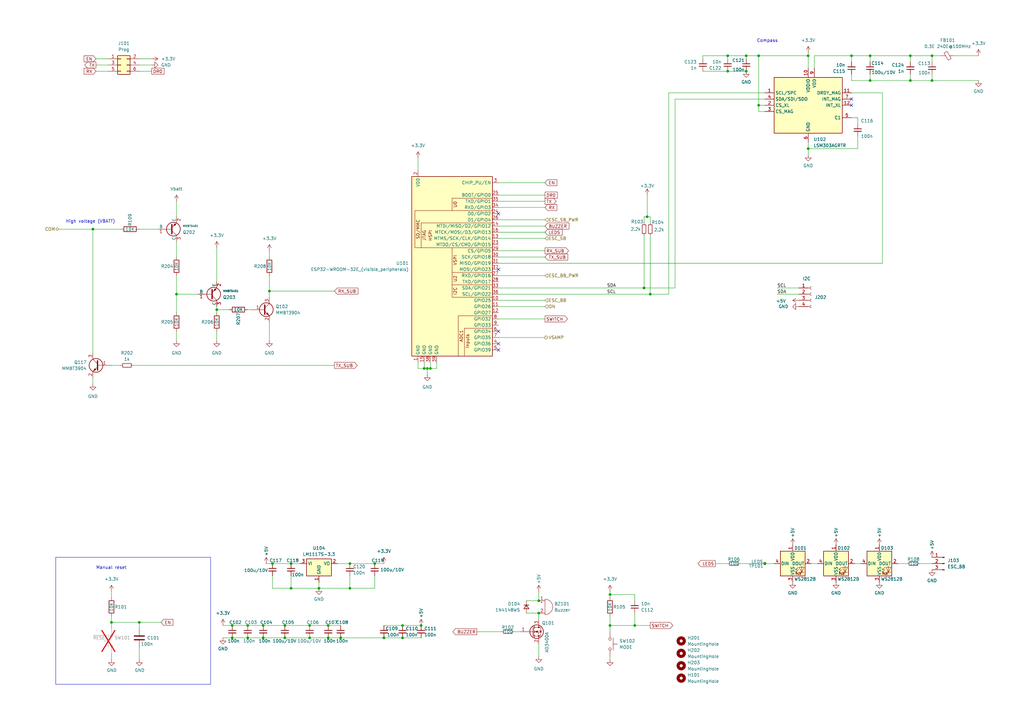
<source format=kicad_sch>
(kicad_sch (version 20250114) (generator "eeschema") (generator_version "9.0")
  (paper "A3")
  (title_block (title "SUB CPU") (date "2025-06-10") (rev "V2.1") (company "NicE Engineering"))
  (text "Manual reset" (at 39.37 233.68 0) (effects (font (size 1.27 1.27)) (justify left bottom)))
  (text "High voltage (VBATT)" (at 37.084 90.932 0) (effects (font (size 1.27 1.27))))
  (text "Compass" (at 310.388 17.526 0) (effects (font (size 1.27 1.27)) (justify left bottom)))
  (junction (at 72.39 120.65))
  (junction (at 382.27 22.86))
  (junction (at 306.07 29.21))
  (junction (at 313.69 231.14))
  (junction (at 298.45 29.21))
  (junction (at 139.7 261.62))
  (junction (at 130.81 241.3))
  (junction (at 153.67 231.14))
  (junction (at 107.95 256.54))
  (junction (at 143.51 241.3))
  (junction (at 116.84 261.62))
  (junction (at 250.19 243.84))
  (junction (at 110.49 119.38))
  (junction (at 101.6 256.54))
  (junction (at 45.72 255.27))
  (junction (at 311.15 22.86))
  (junction (at 107.95 261.62))
  (junction (at 127 256.54))
  (junction (at 172.72 256.54))
  (junction (at 95.25 261.62))
  (junction (at 311.15 43.18))
  (junction (at 127 261.62))
  (junction (at 134.62 261.62))
  (junction (at 173.99 151.13))
  (junction (at 165.1 261.62))
  (junction (at 266.7 120.65))
  (junction (at 95.25 256.54))
  (junction (at 264.16 118.11))
  (junction (at 220.98 251.46))
  (junction (at 176.53 151.13))
  (junction (at 119.38 231.14))
  (junction (at 119.38 241.3))
  (junction (at 57.15 255.27))
  (junction (at 265.43 88.9))
  (junction (at 101.6 261.62))
  (junction (at 382.27 33.02))
  (junction (at 331.47 60.96))
  (junction (at 349.25 22.86))
  (junction (at 111.76 231.14))
  (junction (at 373.38 33.02))
  (junction (at 298.45 22.86))
  (junction (at 260.35 256.54))
  (junction (at 143.51 231.14))
  (junction (at 38.1 93.98))
  (junction (at 373.38 22.86))
  (junction (at 356.87 33.02))
  (junction (at 165.1 256.54))
  (junction (at 331.47 22.86))
  (junction (at 157.48 261.62))
  (junction (at 220.98 246.38))
  (junction (at 306.07 22.86))
  (junction (at 134.62 256.54))
  (junction (at 88.9 127))
  (junction (at 175.26 151.13))
  (junction (at 356.87 22.86))
  (junction (at 116.84 256.54))
  (junction (at 250.19 256.54))
  (no_connect (at 204.47 143.51))
  (no_connect (at 204.47 140.97))
  (no_connect (at 204.47 87.63))
  (no_connect (at 204.47 135.89))
  (no_connect (at 349.25 43.18))
  (no_connect (at 204.47 110.49))
  (no_connect (at 349.25 40.64))
  (wire (pts (xy 116.84 256.54) (xy 127 256.54)))
  (wire (pts (xy 101.6 256.54) (xy 107.95 256.54)))
  (wire (pts (xy 204.47 95.25) (xy 223.52 95.25)))
  (wire (pts (xy 171.45 151.13) (xy 171.45 148.59)))
  (wire (pts (xy 204.47 125.73) (xy 223.52 125.73)))
  (polyline (pts (xy 22.86 280.67) (xy 22.86 228.6)))
  (wire (pts (xy 373.38 30.48) (xy 373.38 33.02)))
  (wire (pts (xy 110.49 132.08) (xy 110.49 139.7)))
  (wire (pts (xy 264.16 88.9) (xy 264.16 91.44)))
  (wire (pts (xy 351.79 55.88) (xy 351.79 60.96)))
  (wire (pts (xy 311.15 22.86) (xy 306.07 22.86)))
  (wire (pts (xy 274.32 38.1) (xy 313.69 38.1)))
  (wire (pts (xy 266.7 120.65) (xy 274.32 120.65)))
  (wire (pts (xy 171.45 64.77) (xy 171.45 69.85)))
  (wire (pts (xy 220.98 251.46) (xy 220.98 254)))
  (wire (pts (xy 54.61 149.86) (xy 137.16 149.86)))
  (wire (pts (xy 223.52 97.79) (xy 204.47 97.79)))
  (wire (pts (xy 49.53 149.86) (xy 45.72 149.86)))
  (wire (pts (xy 38.1 93.98) (xy 38.1 144.78)))
  (wire (pts (xy 351.79 60.96) (xy 331.47 60.96)))
  (wire (pts (xy 204.47 92.71) (xy 223.52 92.71)))
  (wire (pts (xy 165.1 261.62) (xy 172.72 261.62)))
  (wire (pts (xy 288.29 22.86) (xy 288.29 24.13)))
  (wire (pts (xy 260.35 243.84) (xy 260.35 246.38)))
  (wire (pts (xy 88.9 125.73) (xy 88.9 127)))
  (wire (pts (xy 101.6 261.62) (xy 107.95 261.62)))
  (wire (pts (xy 401.32 33.02) (xy 382.27 33.02)))
  (wire (pts (xy 45.72 270.51) (xy 45.72 267.97)))
  (wire (pts (xy 204.47 102.87) (xy 223.52 102.87)))
  (wire (pts (xy 276.86 40.64) (xy 313.69 40.64)))
  (wire (pts (xy 204.47 120.65) (xy 266.7 120.65)))
  (wire (pts (xy 116.84 261.62) (xy 127 261.62)))
  (wire (pts (xy 57.15 255.27) (xy 66.04 255.27)))
  (wire (pts (xy 356.87 22.86) (xy 349.25 22.86)))
  (wire (pts (xy 215.9 246.38) (xy 220.98 246.38)))
  (wire (pts (xy 223.52 85.09) (xy 204.47 85.09)))
  (wire (pts (xy 334.01 22.86) (xy 349.25 22.86)))
  (wire (pts (xy 382.27 33.02) (xy 382.27 30.48)))
  (wire (pts (xy 143.51 241.3) (xy 153.67 241.3)))
  (wire (pts (xy 223.52 82.55) (xy 204.47 82.55)))
  (wire (pts (xy 331.47 22.86) (xy 331.47 27.94)))
  (wire (pts (xy 62.23 24.13) (xy 57.15 24.13)))
  (wire (pts (xy 250.19 243.84) (xy 250.19 245.11)))
  (wire (pts (xy 311.15 22.86) (xy 311.15 43.18)))
  (wire (pts (xy 356.87 33.02) (xy 349.25 33.02)))
  (wire (pts (xy 220.98 269.24) (xy 220.98 264.16)))
  (wire (pts (xy 195.58 259.08) (xy 205.74 259.08)))
  (wire (pts (xy 88.9 127) (xy 93.98 127)))
  (wire (pts (xy 45.72 257.81) (xy 45.72 255.27)))
  (wire (pts (xy 204.47 80.01) (xy 223.52 80.01)))
  (wire (pts (xy 62.23 29.21) (xy 57.15 29.21)))
  (wire (pts (xy 318.77 118.11) (xy 327.66 118.11)))
  (wire (pts (xy 373.38 33.02) (xy 382.27 33.02)))
  (wire (pts (xy 130.81 241.3) (xy 143.51 241.3)))
  (wire (pts (xy 119.38 236.22) (xy 119.38 241.3)))
  (wire (pts (xy 313.69 43.18) (xy 311.15 43.18)))
  (wire (pts (xy 165.1 256.54) (xy 172.72 256.54)))
  (wire (pts (xy 88.9 127) (xy 88.9 128.27)))
  (wire (pts (xy 111.76 241.3) (xy 111.76 236.22)))
  (wire (pts (xy 313.69 231.14) (xy 317.5 231.14)))
  (wire (pts (xy 45.72 242.57) (xy 45.72 245.11)))
  (wire (pts (xy 38.1 157.48) (xy 38.1 154.94)))
  (wire (pts (xy 204.47 107.95) (xy 361.95 107.95)))
  (wire (pts (xy 264.16 88.9) (xy 265.43 88.9)))
  (wire (pts (xy 382.27 22.86) (xy 382.27 25.4)))
  (wire (pts (xy 349.25 48.26) (xy 351.79 48.26)))
  (wire (pts (xy 39.37 26.67) (xy 44.45 26.67)))
  (wire (pts (xy 72.39 113.03) (xy 72.39 120.65)))
  (wire (pts (xy 110.49 102.87) (xy 110.49 105.41)))
  (wire (pts (xy 204.47 123.19) (xy 223.52 123.19)))
  (wire (pts (xy 176.53 151.13) (xy 176.53 148.59)))
  (wire (pts (xy 331.47 60.96) (xy 331.47 58.42)))
  (wire (pts (xy 361.95 38.1) (xy 349.25 38.1)))
  (wire (pts (xy 95.25 261.62) (xy 101.6 261.62)))
  (wire (pts (xy 204.47 105.41) (xy 223.52 105.41)))
  (wire (pts (xy 250.19 256.54) (xy 250.19 259.08)))
  (wire (pts (xy 72.39 99.06) (xy 72.39 105.41)))
  (wire (pts (xy 266.7 96.52) (xy 266.7 120.65)))
  (wire (pts (xy 204.47 138.43) (xy 223.52 138.43)))
  (wire (pts (xy 130.81 241.3) (xy 130.81 238.76)))
  (wire (pts (xy 39.37 24.13) (xy 44.45 24.13)))
  (wire (pts (xy 57.15 93.98) (xy 64.77 93.98)))
  (wire (pts (xy 57.15 255.27) (xy 57.15 257.81)))
  (wire (pts (xy 24.13 93.98) (xy 38.1 93.98)))
  (wire (pts (xy 373.38 22.86) (xy 382.27 22.86)))
  (wire (pts (xy 204.47 130.81) (xy 223.52 130.81)))
  (wire (pts (xy 88.9 139.7) (xy 88.9 135.89)))
  (wire (pts (xy 119.38 241.3) (xy 111.76 241.3)))
  (wire (pts (xy 288.29 29.21) (xy 298.45 29.21)))
  (wire (pts (xy 134.62 261.62) (xy 139.7 261.62)))
  (wire (pts (xy 109.22 231.14) (xy 111.76 231.14)))
  (wire (pts (xy 223.52 74.93) (xy 204.47 74.93)))
  (wire (pts (xy 101.6 127) (xy 102.87 127)))
  (wire (pts (xy 298.45 29.21) (xy 306.07 29.21)))
  (wire (pts (xy 127 261.62) (xy 134.62 261.62)))
  (wire (pts (xy 356.87 30.48) (xy 356.87 33.02)))
  (wire (pts (xy 72.39 128.27) (xy 72.39 120.65)))
  (wire (pts (xy 331.47 63.5) (xy 331.47 60.96)))
  (wire (pts (xy 298.45 22.86) (xy 288.29 22.86)))
  (wire (pts (xy 386.08 22.86) (xy 382.27 22.86)))
  (wire (pts (xy 157.48 256.54) (xy 165.1 256.54)))
  (wire (pts (xy 110.49 119.38) (xy 110.49 121.92)))
  (wire (pts (xy 265.43 80.01) (xy 265.43 88.9)))
  (wire (pts (xy 91.44 261.62) (xy 95.25 261.62)))
  (wire (pts (xy 72.39 82.55) (xy 72.39 88.9)))
  (wire (pts (xy 173.99 151.13) (xy 175.26 151.13)))
  (polyline (pts (xy 22.86 228.6) (xy 86.36 228.6)))
  (wire (pts (xy 391.16 22.86) (xy 401.32 22.86)))
  (wire (pts (xy 356.87 22.86) (xy 373.38 22.86)))
  (wire (pts (xy 143.51 231.14) (xy 153.67 231.14)))
  (wire (pts (xy 45.72 252.73) (xy 45.72 255.27)))
  (wire (pts (xy 331.47 21.59) (xy 331.47 22.86)))
  (wire (pts (xy 153.67 241.3) (xy 153.67 236.22)))
  (wire (pts (xy 368.3 231.14) (xy 372.11 231.14)))
  (polyline (pts (xy 86.36 228.6) (xy 86.36 280.67)))
  (wire (pts (xy 220.98 242.57) (xy 220.98 246.38)))
  (wire (pts (xy 134.62 256.54) (xy 139.7 256.54)))
  (wire (pts (xy 107.95 256.54) (xy 116.84 256.54)))
  (wire (pts (xy 349.25 30.48) (xy 349.25 33.02)))
  (wire (pts (xy 265.43 88.9) (xy 266.7 88.9)))
  (wire (pts (xy 250.19 256.54) (xy 260.35 256.54)))
  (wire (pts (xy 223.52 113.03) (xy 204.47 113.03)))
  (wire (pts (xy 276.86 118.11) (xy 276.86 40.64)))
  (wire (pts (xy 111.76 231.14) (xy 119.38 231.14)))
  (wire (pts (xy 127 256.54) (xy 134.62 256.54)))
  (wire (pts (xy 204.47 118.11) (xy 264.16 118.11)))
  (wire (pts (xy 215.9 251.46) (xy 220.98 251.46)))
  (wire (pts (xy 260.35 256.54) (xy 266.7 256.54)))
  (wire (pts (xy 57.15 265.43) (xy 57.15 270.51)))
  (wire (pts (xy 311.15 43.18) (xy 311.15 45.72)))
  (wire (pts (xy 318.77 120.65) (xy 327.66 120.65)))
  (wire (pts (xy 260.35 251.46) (xy 260.35 256.54)))
  (wire (pts (xy 332.74 231.14) (xy 335.28 231.14)))
  (wire (pts (xy 119.38 231.14) (xy 123.19 231.14)))
  (wire (pts (xy 250.19 243.84) (xy 260.35 243.84)))
  (wire (pts (xy 153.67 231.14) (xy 157.48 231.14)))
  (wire (pts (xy 210.82 259.08) (xy 213.36 259.08)))
  (wire (pts (xy 72.39 120.65) (xy 81.28 120.65)))
  (wire (pts (xy 88.9 101.6) (xy 88.9 115.57)))
  (wire (pts (xy 110.49 113.03) (xy 110.49 119.38)))
  (wire (pts (xy 334.01 22.86) (xy 334.01 27.94)))
  (wire (pts (xy 95.25 256.54) (xy 101.6 256.54)))
  (wire (pts (xy 293.37 231.14) (xy 298.45 231.14)))
  (wire (pts (xy 311.15 45.72) (xy 313.69 45.72)))
  (wire (pts (xy 306.07 22.86) (xy 306.07 24.13)))
  (wire (pts (xy 139.7 261.62) (xy 157.48 261.62)))
  (wire (pts (xy 250.19 269.24) (xy 250.19 270.51)))
  (wire (pts (xy 175.26 151.13) (xy 175.26 153.67)))
  (wire (pts (xy 250.19 252.73) (xy 250.19 256.54)))
  (wire (pts (xy 350.52 231.14) (xy 353.06 231.14)))
  (wire (pts (xy 176.53 151.13) (xy 179.07 151.13)))
  (wire (pts (xy 361.95 107.95) (xy 361.95 38.1)))
  (wire (pts (xy 373.38 22.86) (xy 373.38 25.4)))
  (wire (pts (xy 72.39 139.7) (xy 72.39 135.89)))
  (wire (pts (xy 130.81 241.3) (xy 119.38 241.3)))
  (wire (pts (xy 298.45 22.86) (xy 298.45 24.13)))
  (wire (pts (xy 274.32 38.1) (xy 274.32 120.65)))
  (wire (pts (xy 49.53 93.98) (xy 38.1 93.98)))
  (wire (pts (xy 349.25 22.86) (xy 349.25 25.4)))
  (wire (pts (xy 250.19 242.57) (xy 250.19 243.84)))
  (wire (pts (xy 356.87 33.02) (xy 373.38 33.02)))
  (wire (pts (xy 356.87 22.86) (xy 356.87 25.4)))
  (wire (pts (xy 173.99 148.59) (xy 173.99 151.13)))
  (wire (pts (xy 303.53 231.14) (xy 313.69 231.14)))
  (wire (pts (xy 351.79 48.26) (xy 351.79 50.8)))
  (wire (pts (xy 45.72 255.27) (xy 57.15 255.27)))
  (wire (pts (xy 306.07 22.86) (xy 298.45 22.86)))
  (wire (pts (xy 157.48 261.62) (xy 165.1 261.62)))
  (wire (pts (xy 171.45 151.13) (xy 173.99 151.13)))
  (wire (pts (xy 39.37 29.21) (xy 44.45 29.21)))
  (polyline (pts (xy 86.36 280.67) (xy 22.86 280.67)))
  (wire (pts (xy 266.7 88.9) (xy 266.7 91.44)))
  (wire (pts (xy 62.23 26.67) (xy 57.15 26.67)))
  (wire (pts (xy 138.43 231.14) (xy 143.51 231.14)))
  (wire (pts (xy 143.51 236.22) (xy 143.51 241.3)))
  (wire (pts (xy 377.19 231.14) (xy 382.27 231.14)))
  (wire (pts (xy 175.26 151.13) (xy 176.53 151.13)))
  (wire (pts (xy 107.95 261.62) (xy 116.84 261.62)))
  (wire (pts (xy 91.44 256.54) (xy 95.25 256.54)))
  (wire (pts (xy 204.47 90.17) (xy 223.52 90.17)))
  (wire (pts (xy 110.49 119.38) (xy 137.16 119.38)))
  (wire (pts (xy 311.15 22.86) (xy 331.47 22.86)))
  (wire (pts (xy 179.07 148.59) (xy 179.07 151.13)))
  (wire (pts (xy 264.16 118.11) (xy 276.86 118.11)))
  (wire (pts (xy 264.16 96.52) (xy 264.16 118.11)))
  (label "SDA" (at 318.77 120.65 0))
  (label "SDA" (at 248.92 118.11 0))
  (label "SCL" (at 318.77 118.11 0))
  (label "SCL" (at 248.92 120.65 0))
  (global_label "RX_SUB" (shape input) (at 137.16 119.38 0) (property "Intersheetrefs" "${INTERSHEET_REFS}" (effects (hide yes))))
  (global_label "EN" (shape input) (at 66.04 255.27 0) (property "Intersheetrefs" "${INTERSHEET_REFS}" (effects (hide yes))))
  (global_label "EN" (shape input) (at 39.37 24.13 180) (property "Intersheetrefs" "${INTERSHEET_REFS}" (effects (hide yes))))
  (global_label "DR0" (shape passive) (at 62.23 29.21 0) (property "Intersheetrefs" "${INTERSHEET_REFS}" (effects (hide yes))))
  (global_label "BUZZER" (shape output) (at 195.58 259.08 180) (property "Intersheetrefs" "${INTERSHEET_REFS}" (effects (hide yes))))
  (global_label "DR0" (shape passive) (at 223.52 80.01 0) (property "Intersheetrefs" "${INTERSHEET_REFS}" (effects (hide yes))))
  (global_label "LEDS" (shape input) (at 223.52 95.25 0) (property "Intersheetrefs" "${INTERSHEET_REFS}" (effects (hide yes))))
  (global_label "SWITCH" (shape output) (at 223.52 130.81 0) (property "Intersheetrefs" "${INTERSHEET_REFS}" (effects (hide yes))))
  (global_label "TX" (shape output) (at 39.37 26.67 180) (property "Intersheetrefs" "${INTERSHEET_REFS}" (effects (hide yes))))
  (global_label "LEDS" (shape output) (at 293.37 231.14 180) (property "Intersheetrefs" "${INTERSHEET_REFS}" (effects (hide yes))))
  (global_label "RX" (shape input) (at 39.37 29.21 180) (property "Intersheetrefs" "${INTERSHEET_REFS}" (effects (hide yes))))
  (global_label "EN" (shape input) (at 223.52 74.93 0) (property "Intersheetrefs" "${INTERSHEET_REFS}" (effects (hide yes))))
  (global_label "TX_SUB" (shape output) (at 137.16 149.86 0) (property "Intersheetrefs" "${INTERSHEET_REFS}" (effects (hide yes))))
  (global_label "BUZZER" (shape input) (at 223.52 92.71 0) (property "Intersheetrefs" "${INTERSHEET_REFS}" (effects (hide yes))))
  (global_label "SWITCH" (shape output) (at 266.7 256.54 0) (property "Intersheetrefs" "${INTERSHEET_REFS}" (effects (hide yes))))
  (global_label "TX_SUB" (shape input) (at 223.52 105.41 0) (property "Intersheetrefs" "${INTERSHEET_REFS}" (effects (hide yes))))
  (global_label "TX" (shape output) (at 223.52 82.55 0) (property "Intersheetrefs" "${INTERSHEET_REFS}" (effects (hide yes))))
  (global_label "RX_SUB" (shape output) (at 223.52 102.87 0) (property "Intersheetrefs" "${INTERSHEET_REFS}" (effects (hide yes))))
  (global_label "RX" (shape input) (at 223.52 85.09 0) (property "Intersheetrefs" "${INTERSHEET_REFS}" (effects (hide yes))))
  (hierarchical_label "ESC_BB_PWR" (shape input) (at 223.52 113.03 0))
  (hierarchical_label "ON" (shape input) (at 223.52 125.73 0))
  (hierarchical_label "COM" (shape bidirectional) (at 24.13 93.98 180))
  (hierarchical_label "VSAMP" (shape output) (at 223.52 138.43 0))
  (hierarchical_label "ESC_BB" (shape input) (at 223.52 123.19 0))
  (hierarchical_label "ESC_SB_PWR" (shape input) (at 223.52 90.17 0))
  (hierarchical_label "ESC_SB" (shape input) (at 223.52 97.79 0))
  (symbol (lib_id "power:GND") (at 327.66 125.73 270) (unit 1)
    (property "Reference" "#PWR0230" (effects (hide yes)))
    (property "Value" "GND" (at 323.342 125.73 90) (effects (justify right)))
  )
  (symbol (lib_id "Mechanical:MountingHole") (at 279.4 273.05 0) (unit 1) (in_bom no)
    (property "Reference" "H203" (at 281.94 271.7799 0) (effects (justify left)))
    (property "Value" "MountingHole" (at 281.94 274.3199 0) (effects (justify left)))
    (property "Footprint" "MountingHole:MountingHole_3.2mm_M3" (effects (hide yes)))
    (property "Description" "Mounting Hole without connection" (effects (hide yes)))
  )
  (symbol (lib_id "Device:C_Small") (at 101.6 259.08 0) (unit 1)
    (property "Reference" "C103" (at 100.33 255.27 0) (effects (justify left)))
    (property "Value" "100n" (at 99.695 262.89 0) (effects (justify left)))
    (property "Footprint" "A_Device:C_0603" (effects (hide yes)))
    (property "LCSC" "C14663" (effects (hide yes)))
  )
  (symbol (lib_name "+3.3V_1") (lib_id "power:+3.3V") (at 172.72 256.54 0) (mirror y) (unit 1)
    (property "Reference" "#PWR0106" (effects (hide yes)))
    (property "Value" "+5V" (at 172.72 251.46 90))
    (property "Description" "Power symbol creates a global label with name \"+3.3V\"" (effects (hide yes)))
  )
  (symbol (lib_id "Device:R_Small") (at 300.99 231.14 270) (unit 1)
    (property "Reference" "R106" (at 300.99 229.362 90))
    (property "Value" "100" (at 301.244 231.14 90))
    (property "Footprint" "A_Device:R_0603" (effects (hide yes)))
    (property "Description" "Resistor, small symbol" (effects (hide yes)))
    (property "LCSC" "C22775" (effects (hide yes)))
  )
  (symbol (lib_id "power:GND") (at 88.9 139.7 0) (unit 1)
    (property "Reference" "#PWR0210" (effects (hide yes)))
    (property "Value" "GND" (at 88.9 144.78 0))
  )
  (symbol (lib_id "Device:C_Small") (at 298.45 26.67 180) (unit 1)
    (property "Reference" "C122" (at 295.91 27.9337 0) (effects (justify left)))
    (property "Value" "10n" (at 295.91 25.3937 0) (effects (justify left)))
    (property "Footprint" "A_Device:C_0603" (effects (hide yes)))
    (property "LCSC" "C57112" (effects (hide yes)))
  )
  (symbol (lib_id "power:GND") (at 401.32 33.02 0) (unit 1)
    (property "Reference" "#PWR0120" (effects (hide yes)))
    (property "Value" "GND" (at 401.32 37.465 0))
  )
  (symbol (lib_id "Mechanical:MountingHole") (at 279.4 267.97 0) (unit 1) (in_bom no)
    (property "Reference" "H202" (at 281.94 266.6999 0) (effects (justify left)))
    (property "Value" "MountingHole" (at 281.94 269.2399 0) (effects (justify left)))
    (property "Footprint" "MountingHole:MountingHole_3.2mm_M3" (effects (hide yes)))
    (property "Description" "Mounting Hole without connection" (effects (hide yes)))
  )
  (symbol (lib_id "power:+3.3V") (at 88.9 101.6 0) (unit 1)
    (property "Reference" "#PWR0209" (effects (hide yes)))
    (property "Value" "+3.3V" (at 88.9 96.52 0))
  )
  (symbol (lib_name "+3.3V_1") (lib_id "power:+3.3V") (at 382.27 228.6 0) (mirror y) (unit 1)
    (property "Reference" "#PWR0134" (effects (hide yes)))
    (property "Value" "+5V" (at 382.27 223.52 90))
    (property "Description" "Power symbol creates a global label with name \"+3.3V\"" (effects (hide yes)))
  )
  (symbol (lib_name "+3.3V_1") (lib_id "power:+3.3V") (at 360.68 223.52 0) (mirror y) (unit 1)
    (property "Reference" "#PWR0132" (effects (hide yes)))
    (property "Value" "+5V" (at 360.68 218.44 90))
    (property "Description" "Power symbol creates a global label with name \"+3.3V\"" (effects (hide yes)))
  )
  (symbol (lib_id "power:GND") (at 45.72 270.51 0) (unit 1)
    (property "Reference" "#PWR0102" (effects (hide yes)))
    (property "Value" "GND" (at 45.847 274.9042 0))
  )
  (symbol (lib_id "Device:C_Small") (at 107.95 259.08 0) (unit 1)
    (property "Reference" "C104" (at 106.68 255.27 0) (effects (justify left)))
    (property "Value" "100n" (at 106.045 262.89 0) (effects (justify left)))
    (property "Footprint" "A_Device:C_0603" (effects (hide yes)))
    (property "LCSC" "C14663" (effects (hide yes)))
  )
  (symbol (lib_id "Device:R") (at 88.9 132.08 180) (unit 1)
    (property "Reference" "R206" (at 87.63 132.08 0) (effects (justify left)))
    (property "Value" "10K" (at 88.9 132.08 90))
    (property "Footprint" "A_Device:R_0603" (effects (hide yes)))
    (property "Farnell" "2331736" (effects (hide yes)))
    (property "MF" "TE CONNECTIVITY" (effects (hide yes)))
    (property "MFN" "CRGH0603F10K" (effects (hide yes)))
    (property "LCSC" "C25804" (effects (hide yes)))
  )
  (symbol (lib_id "power:GND") (at 382.27 233.68 0) (unit 1)
    (property "Reference" "#PWR0135" (effects (hide yes)))
    (property "Value" "GND" (at 382.27 238.125 0))
  )
  (symbol (lib_id "power:GND") (at 331.47 63.5 0) (unit 1)
    (property "Reference" "#PWR0124" (effects (hide yes)))
    (property "Value" "GND" (at 331.47 67.945 0))
  )
  (symbol (lib_id "Device:C_Small") (at 116.84 259.08 0) (unit 1)
    (property "Reference" "C105" (at 115.57 255.27 0) (effects (justify left)))
    (property "Value" "100u/10V" (at 111.76 262.89 0) (effects (justify left)))
    (property "Footprint" "Capacitor_SMD:C_1210_3225Metric" (effects (hide yes)))
    (property "LCSC" "C23742" (effects (hide yes)))
  )
  (symbol (lib_name "+3.3V_1") (lib_id "power:+3.3V") (at 325.12 223.52 0) (mirror y) (unit 1)
    (property "Reference" "#PWR0130" (effects (hide yes)))
    (property "Value" "+5V" (at 325.12 218.44 90))
    (property "Description" "Power symbol creates a global label with name \"+3.3V\"" (effects (hide yes)))
  )
  (symbol (lib_id "Device:C_Small") (at 260.35 248.92 0) (mirror x) (unit 1)
    (property "Reference" "C112" (at 262.89 250.1837 0) (effects (justify left)))
    (property "Value" "10n" (at 262.89 247.6437 0) (effects (justify left)))
    (property "Footprint" "A_Device:C_0603" (effects (hide yes)))
    (property "LCSC" "C57112" (effects (hide yes)))
  )
  (symbol (lib_id "Device:R") (at 97.79 127 270) (unit 1)
    (property "Reference" "R207" (at 97.79 128.27 0) (effects (justify left)))
    (property "Value" "10K" (at 97.79 127 90))
    (property "Footprint" "A_Device:R_0603" (effects (hide yes)))
    (property "Farnell" "2331736" (effects (hide yes)))
    (property "MF" "TE CONNECTIVITY" (effects (hide yes)))
    (property "MFN" "CRGH0603F10K" (effects (hide yes)))
    (property "LCSC" "C25804" (effects (hide yes)))
  )
  (symbol (lib_id "power:GND") (at 110.49 139.7 0) (unit 1)
    (property "Reference" "#PWR0142" (effects (hide yes)))
    (property "Value" "GND" (at 110.49 144.78 0))
  )
  (symbol (lib_id "power:+3.3V") (at 331.47 21.59 0) (unit 1)
    (property "Reference" "#PWR0123" (effects (hide yes)))
    (property "Value" "+3.3V" (at 331.47 16.51 0))
  )
  (symbol (lib_id "Device:C_Small") (at 127 259.08 0) (unit 1)
    (property "Reference" "C106" (at 125.73 255.27 0) (effects (justify left)))
    (property "Value" "100u/10V" (at 121.92 262.89 0) (effects (justify left)))
    (property "Footprint" "Capacitor_SMD:C_1210_3225Metric" (effects (hide yes)))
    (property "LCSC" "C23742" (effects (hide yes)))
  )
  (symbol (lib_id "power:GND") (at 250.19 270.51 0) (mirror y) (unit 1)
    (property "Reference" "#PWR0122" (effects (hide yes)))
    (property "Value" "GND" (effects (hide yes)))
  )
  (symbol (lib_id "Device:C_Small") (at 172.72 259.08 0) (unit 1)
    (property "Reference" "C111" (at 173.99 257.81 0) (effects (justify left)))
    (property "Value" "100n" (at 173.99 260.35 0) (effects (justify left)))
    (property "Footprint" "A_Device:C_0603" (effects (hide yes)))
    (property "LCSC" "C14663" (effects (hide yes)))
  )
  (symbol (lib_id "power:GND") (at 360.68 238.76 0) (unit 1)
    (property "Reference" "#PWR0113" (effects (hide yes)))
    (property "Value" "GND" (at 360.68 243.205 0))
  )
  (symbol (lib_id "power:+3.3V") (at 91.44 256.54 0) (unit 1)
    (property "Reference" "#PWR0110" (effects (hide yes)))
    (property "Value" "+3.3V" (at 91.44 251.46 0))
  )
  (symbol (lib_id "Device:R_Small") (at 266.7 93.98 0) (unit 1)
    (property "Reference" "R104" (at 267.208 91.186 0) (effects (justify left)))
    (property "Value" "2.2k" (at 268.224 94.234 0) (effects (justify left)))
    (property "Footprint" "A_Device:R_0603" (effects (hide yes)))
    (property "LCSC" "C4190" (effects (hide yes)))
  )
  (symbol (lib_id "Device:D_Small") (at 215.9 248.92 90) (mirror x) (unit 1)
    (property "Reference" "D104" (at 213.36 247.6499 90) (effects (justify left)))
    (property "Value" "1N4148WS" (at 213.36 250.1899 90) (effects (justify left)))
    (property "Footprint" "A_Device:D_SOD-323_1.8x1.4x1.15" (effects (hide yes)))
    (property "Sim.Device" "D" (effects (hide yes)))
    (property "Sim.Pins" "1=K 2=A" (effects (hide yes)))
    (property "LCSC" "C2128" (effects (hide yes)))
  )
  (symbol (lib_id "Switch:SW_Push") (at 45.72 262.89 90) (unit 1) (dnp yes)
    (property "Reference" "SW101" (at 46.9392 261.5692 90) (effects (justify right)))
    (property "Value" "~{RESET}" (at 38.1 261.62 90) (effects (justify right)))
    (property "Footprint" "Connector_PinHeader_2.54mm:PinHeader_1x02_P2.54mm_Vertical" (effects (hide yes)))
    (property "Farnell" "-" (effects (hide yes)))
  )
  (symbol (lib_id "power:+3.3V") (at 45.72 242.57 0) (unit 1)
    (property "Reference" "#PWR0101" (effects (hide yes)))
    (property "Value" "+3.3V" (at 45.72 237.49 0))
  )
  (symbol (lib_id "LED:WS2812B") (at 360.68 231.14 0) (unit 1)
    (property "Reference" "D103" (at 363.855 224.79 0))
    (property "Value" "WS2812B" (at 365.76 237.49 0))
    (property "Footprint" "LED_SMD:LED_WS2812B_PLCC4_5.0x5.0mm_P3.2mm" (effects (hide yes)))
    (property "Datasheet" "https://cdn-shop.adafruit.com/datasheets/WS2812B.pdf" (effects (hide yes)))
    (property "LCSC" "C2843785" (effects (hide yes)))
  )
  (symbol (lib_id "Connector_Generic:Conn_02x03_Odd_Even") (at 49.53 26.67 0) (unit 1)
    (property "Reference" "J101" (at 50.8 17.78 0))
    (property "Value" "Prog" (at 50.8 20.32 0))
    (property "Footprint" "Connector_IDC:IDC-Header_2x03_P2.54mm_Vertical" (effects (hide yes)))
    (property "Description" "Generic connector, double row, 02x03, odd/even pin numbering scheme (row 1 odd numbers, row 2 even numbers), script generated (kicad-library-utils/schlib/autogen/connector/)" (effects (hide yes)))
    (property "LCSC" "C11214" (effects (hide yes)))
  )
  (symbol (lib_id "Device:R") (at 72.39 132.08 180) (unit 1)
    (property "Reference" "R205" (at 71.12 132.08 0) (effects (justify left)))
    (property "Value" "10K" (at 72.39 132.08 90))
    (property "Footprint" "A_Device:R_0603" (effects (hide yes)))
    (property "Farnell" "2331736" (effects (hide yes)))
    (property "MF" "TE CONNECTIVITY" (effects (hide yes)))
    (property "MFN" "CRGH0603F10K" (effects (hide yes)))
    (property "LCSC" "C25804" (effects (hide yes)))
  )
  (symbol (lib_id "power:GND") (at 342.9 238.76 0) (unit 1)
    (property "Reference" "#PWR0109" (effects (hide yes)))
    (property "Value" "GND" (at 342.9 243.205 0))
  )
  (symbol (lib_id "Device:C_Small") (at 153.67 233.68 0) (unit 1)
    (property "Reference" "C119" (at 152.4 229.87 0) (effects (justify left)))
    (property "Value" "100u/10V" (at 155.956 233.68 0) (effects (justify left)))
    (property "Footprint" "Capacitor_SMD:C_1210_3225Metric" (effects (hide yes)))
    (property "LCSC" "C23742" (effects (hide yes)))
  )
  (symbol (lib_id "Mechanical:MountingHole") (at 279.4 262.89 0) (unit 1) (in_bom no)
    (property "Reference" "H201" (at 281.94 261.6199 0) (effects (justify left)))
    (property "Value" "MountingHole" (at 281.94 264.1599 0) (effects (justify left)))
    (property "Footprint" "MountingHole:MountingHole_3.2mm_M3" (effects (hide yes)))
    (property "Description" "Mounting Hole without connection" (effects (hide yes)))
  )
  (symbol (lib_id "Device:R_Small") (at 374.65 231.14 270) (unit 1)
    (property "Reference" "R108" (at 374.65 229.362 90))
    (property "Value" "100" (at 374.904 231.14 90))
    (property "Footprint" "A_Device:R_0603" (effects (hide yes)))
    (property "Description" "Resistor, small symbol" (effects (hide yes)))
    (property "LCSC" "C22775" (effects (hide yes)))
  )
  (symbol (lib_id "Device:C_Small") (at 306.07 26.67 0) (mirror y) (unit 1)
    (property "Reference" "C121" (at 305.435 24.765 0) (effects (justify left)))
    (property "Value" "100n" (at 305.435 28.575 0) (effects (justify left)))
    (property "Footprint" "A_Device:C_0603" (effects (hide yes)))
    (property "LCSC" "C14663" (effects (hide yes)))
  )
  (symbol (lib_id "Device:R") (at 45.72 248.92 0) (unit 1)
    (property "Reference" "R101" (at 46.99 248.92 0) (effects (justify left)))
    (property "Value" "10K" (at 45.72 248.92 90))
    (property "Footprint" "A_Device:R_0603" (effects (hide yes)))
    (property "Farnell" "2331736" (effects (hide yes)))
    (property "MF" "TE CONNECTIVITY" (effects (hide yes)))
    (property "MFN" "CRGH0603F10K" (effects (hide yes)))
    (property "LCSC" "C25804" (effects (hide yes)))
  )
  (symbol (lib_id "Device:C_Small") (at 143.51 233.68 0) (unit 1)
    (property "Reference" "C120" (at 144.78 232.41 0) (effects (justify left)))
    (property "Value" "100n" (at 144.78 234.95 0) (effects (justify left)))
    (property "Footprint" "A_Device:C_0603" (effects (hide yes)))
    (property "LCSC" "C14663" (effects (hide yes)))
  )
  (symbol (lib_id "PCM_JLCPCB-Transistors:PNP,MMBT5401") (at 86.36 120.65 0) (mirror x) (unit 1)
    (property "Reference" "Q203" (at 91.44 121.9201 0) (effects (justify left)))
    (property "Value" "MMBT5401" (at 91.44 119.38 0) (effects (font (size 0.8 0.8)) (justify left)))
    (property "Footprint" "PCM_JLCPCB:Q_SOT-23" (effects (hide yes)))
    (property "Datasheet" "https://wmsc.lcsc.com/wmsc/upload/file/pdf/v2/lcsc/2312221203_hongjiacheng-MMBT5401_C7420356.pdf" (effects (hide yes)))
    (property "Description" "160V 300mW 100@10mA,5.0V 600mA PNP SOT-23 Bipolar (BJT) ROHS" (effects (hide yes)))
    (property "LCSC" "C7420356" (effects (hide yes)))
    (property "Stock" "579901" (effects (hide yes)))
    (property "Price" "0.016USD" (effects (hide yes)))
    (property "Process" "SMT" (effects (hide yes)))
    (property "Minimum Qty" "10" (effects (hide yes)))
    (property "Attrition Qty" "5" (effects (hide yes)))
    (property "Class" "Preferred Component" (effects (hide yes)))
    (property "Category" "Triode/MOS Tube/Transistor,Bipolar Transistors - BJT" (effects (hide yes)))
    (property "Manufacturer" "hongjiacheng" (effects (hide yes)))
    (property "Part" "MMBT5401" (effects (hide yes)))
    (property "Transition Frequency (fT)" "100MHz" (effects (hide yes)))
    (property "Operating Temperature" "-55°C~+150°C" (effects (hide yes)))
    (property "Collector Cut-Off Current (Icbo)" "100nA" (effects (hide yes)))
    (property "Transistor Type" "PNP" (effects (hide yes)))
    (property "DC Current Gain (hFE@Ic,Vce)" "100@10mA,5.0V" (effects (hide yes)))
    (property "Power Dissipation (Pd)" "300mW" (effects (hide yes)))
    (property "Collector Current (Ic)" "600mA" (effects (hide yes)))
    (property "Collector-Emitter Saturation Voltage (VCE(sat)@Ic,Ib)" "0.2V@10mA,1.0mA" (effects (hide yes)))
    (property "Collector-Emitter Breakdown Voltage (Vceo)" "160V" (effects (hide yes)))
  )
  (symbol (lib_id "Connector:TestPoint_Small") (at 313.69 231.14 0) (unit 1) (in_bom no)
    (property "Reference" "TP101" (at 307.086 232.156 0) (effects (justify left)))
    (property "Value" "LEDS" (at 308.102 230.378 0) (effects (justify left)))
    (property "Footprint" "A_Pads_Pins:Testpad_1" (effects (hide yes)))
    (property "Description" "test point" (effects (hide yes)))
  )
  (symbol (lib_id "power:+3.3V") (at 157.48 231.14 0) (unit 1)
    (property "Reference" "#PWR0112" (effects (hide yes)))
    (property "Value" "+3.3V" (at 157.48 226.06 0))
  )
  (symbol (lib_id "power:GND") (at 175.26 153.67 0) (unit 1)
    (property "Reference" "#PWR0115" (effects (hide yes)))
    (property "Value" "GND" (at 175.26 158.75 0))
  )
  (symbol (lib_id "Device:C_Small") (at 165.1 259.08 0) (unit 1)
    (property "Reference" "C110" (at 166.37 257.81 0) (effects (justify left)))
    (property "Value" "100n" (at 166.37 260.35 0) (effects (justify left)))
    (property "Footprint" "A_Device:C_0603" (effects (hide yes)))
    (property "LCSC" "C14663" (effects (hide yes)))
  )
  (symbol (lib_id "power:+3.3V") (at 110.49 102.87 0) (unit 1)
    (property "Reference" "#PWR0214" (effects (hide yes)))
    (property "Value" "+3.3V" (at 110.49 97.79 0))
  )
  (symbol (lib_id "power:GND") (at 325.12 238.76 0) (unit 1)
    (property "Reference" "#PWR0107" (effects (hide yes)))
    (property "Value" "GND" (at 325.12 243.205 0))
  )
  (symbol (lib_id "power:GND") (at 91.44 261.62 0) (unit 1)
    (property "Reference" "#PWR0111" (effects (hide yes)))
    (property "Value" "GND" (at 91.44 266.065 0))
  )
  (symbol (lib_id "Device:C_Small") (at 373.38 27.94 0) (mirror x) (unit 1)
    (property "Reference" "C124" (at 370.84 26.6635 0) (effects (justify right)))
    (property "Value" "1n" (at 370.84 29.2035 0) (effects (justify right)))
    (property "Footprint" "A_Device:C_0603" (effects (hide yes)))
    (property "LCSC" "C1588" (effects (hide yes)))
  )
  (symbol (lib_id "power:GND") (at 306.07 29.21 0) (unit 1)
    (property "Reference" "#PWR0137" (effects (hide yes)))
    (property "Value" "GND" (at 306.07 33.655 0))
  )
  (symbol (lib_id "Device:Buzzer") (at 223.52 248.92 0) (unit 1)
    (property "Reference" "BZ101" (at 227.33 247.6499 0) (effects (justify left)))
    (property "Value" "Buzzer" (at 227.33 250.1899 0) (effects (justify left)))
    (property "Footprint" "A_Misc:Buzzer-12x6.5x5.2" (effects (hide yes)))
    (property "Description" "Buzzer, polarized" (effects (hide yes)))
    (property "LCSC" "C968749" (effects (hide yes)))
  )
  (symbol (lib_id "Transistor_BJT:BC847") (at 107.95 127 0) (unit 1)
    (property "Reference" "Q102" (at 113.03 125.7299 0) (effects (justify left)))
    (property "Value" "MMBT3904" (at 113.03 128.2699 0) (effects (justify left)))
    (property "Footprint" "Package_TO_SOT_SMD:SOT-23" (effects (hide yes)))
    (property "Datasheet" "https://jlcpcb.com/api/file/downloadByFileSystemAccessId/8552894390268936192" (effects (hide yes)))
    (property "Description" "0.1A Ic, 45V Vce, NPN Transistor, SOT-23" (effects (hide yes)))
    (property "JCSC" "C20526" (effects (hide yes)))
  )
  (symbol (lib_id "LED:WS2812B") (at 325.12 231.14 0) (unit 1)
    (property "Reference" "D101" (at 328.295 224.79 0))
    (property "Value" "WS2812B" (at 330.2 237.49 0))
    (property "Footprint" "LED_SMD:LED_WS2812B_PLCC4_5.0x5.0mm_P3.2mm" (effects (hide yes)))
    (property "Datasheet" "https://cdn-shop.adafruit.com/datasheets/WS2812B.pdf" (effects (hide yes)))
    (property "LCSC" "C2843785" (effects (hide yes)))
  )
  (symbol (lib_id "power:+3.3V") (at 327.66 123.19 90) (mirror x) (unit 1)
    (property "Reference" "#PWR0229" (effects (hide yes)))
    (property "Value" "+5V" (at 320.294 123.444 90))
  )
  (symbol (lib_id "PCM_JLCPCB-Transistors:PNP,MMBT5401") (at 69.85 93.98 0) (mirror x) (unit 1)
    (property "Reference" "Q202" (at 74.93 95.2501 0) (effects (justify left)))
    (property "Value" "MMBT5401" (at 74.93 92.71 0) (effects (font (size 0.8 0.8)) (justify left)))
    (property "Footprint" "PCM_JLCPCB:Q_SOT-23" (effects (hide yes)))
    (property "Datasheet" "https://wmsc.lcsc.com/wmsc/upload/file/pdf/v2/lcsc/2312221203_hongjiacheng-MMBT5401_C7420356.pdf" (effects (hide yes)))
    (property "Description" "160V 300mW 100@10mA,5.0V 600mA PNP SOT-23 Bipolar (BJT) ROHS" (effects (hide yes)))
    (property "LCSC" "C7420356" (effects (hide yes)))
    (property "Stock" "579901" (effects (hide yes)))
    (property "Price" "0.016USD" (effects (hide yes)))
    (property "Process" "SMT" (effects (hide yes)))
    (property "Minimum Qty" "10" (effects (hide yes)))
    (property "Attrition Qty" "5" (effects (hide yes)))
    (property "Class" "Preferred Component" (effects (hide yes)))
    (property "Category" "Triode/MOS Tube/Transistor,Bipolar Transistors - BJT" (effects (hide yes)))
    (property "Manufacturer" "hongjiacheng" (effects (hide yes)))
    (property "Part" "MMBT5401" (effects (hide yes)))
    (property "Transition Frequency (fT)" "100MHz" (effects (hide yes)))
    (property "Operating Temperature" "-55°C~+150°C" (effects (hide yes)))
    (property "Collector Cut-Off Current (Icbo)" "100nA" (effects (hide yes)))
    (property "Transistor Type" "PNP" (effects (hide yes)))
    (property "DC Current Gain (hFE@Ic,Vce)" "100@10mA,5.0V" (effects (hide yes)))
    (property "Power Dissipation (Pd)" "300mW" (effects (hide yes)))
    (property "Collector Current (Ic)" "600mA" (effects (hide yes)))
    (property "Collector-Emitter Saturation Voltage (VCE(sat)@Ic,Ib)" "0.2V@10mA,1.0mA" (effects (hide yes)))
    (property "Collector-Emitter Breakdown Voltage (Vceo)" "160V" (effects (hide yes)))
  )
  (symbol (lib_name "+3.3V_1") (lib_id "power:+3.3V") (at 220.98 242.57 0) (mirror y) (unit 1)
    (property "Reference" "#PWR0138" (effects (hide yes)))
    (property "Value" "+5V" (at 220.98 237.49 90))
    (property "Description" "Power symbol creates a global label with name \"+3.3V\"" (effects (hide yes)))
  )
  (symbol (lib_id "Device:R") (at 250.19 248.92 0) (unit 1)
    (property "Reference" "R105" (at 251.46 248.92 0) (effects (justify left)))
    (property "Value" "10K" (at 250.19 248.92 90))
    (property "Footprint" "A_Device:R_0603" (effects (hide yes)))
    (property "Farnell" "2331736" (effects (hide yes)))
    (property "MF" "TE CONNECTIVITY" (effects (hide yes)))
    (property "MFN" "CRGH0603F10K" (effects (hide yes)))
    (property "LCSC" "C25804" (effects (hide yes)))
  )
  (symbol (lib_id "Device:C_Small") (at 349.25 27.94 180) (unit 1)
    (property "Reference" "C115" (at 346.71 29.2037 0) (effects (justify left)))
    (property "Value" "10n" (at 346.71 26.6637 0) (effects (justify left)))
    (property "Footprint" "A_Device:C_0603" (effects (hide yes)))
    (property "LCSC" "C57112" (effects (hide yes)))
  )
  (symbol (lib_id "Mechanical:MountingHole") (at 279.4 278.13 0) (unit 1) (in_bom no)
    (property "Reference" "H101" (at 281.94 276.8599 0) (effects (justify left)))
    (property "Value" "MountingHole" (at 281.94 279.3999 0) (effects (justify left)))
    (property "Footprint" "MountingHole:MountingHole_3.2mm_M3" (effects (hide yes)))
    (property "Description" "Mounting Hole without connection" (effects (hide yes)))
  )
  (symbol (lib_id "power:GND") (at 38.1 157.48 0) (unit 1)
    (property "Reference" "#PWR0141" (effects (hide yes)))
    (property "Value" "GND" (at 38.1 162.56 0))
  )
  (symbol (lib_id "Transistor_BJT:BC847") (at 40.64 149.86 0) (mirror y) (unit 1)
    (property "Reference" "Q117" (at 35.56 148.5899 0) (effects (justify left)))
    (property "Value" "MMBT3904" (at 35.56 151.1299 0) (effects (justify left)))
    (property "Footprint" "Package_TO_SOT_SMD:SOT-23" (effects (hide yes)))
    (property "Datasheet" "https://jlcpcb.com/api/file/downloadByFileSystemAccessId/8552894390268936192" (effects (hide yes)))
    (property "Description" "0.1A Ic, 45V Vce, NPN Transistor, SOT-23" (effects (hide yes)))
    (property "JCSC" "C20526" (effects (hide yes)))
  )
  (symbol (lib_id "power:+3.3V") (at 62.23 24.13 270) (unit 1)
    (property "Reference" "#PWR0104" (effects (hide yes)))
    (property "Value" "+3.3V" (at 66.04 24.1299 90) (effects (justify left)))
  )
  (symbol (lib_id "Sensor_Motion:LSM303C") (at 331.47 43.18 0) (unit 1)
    (property "Reference" "U102" (at 333.6641 57.15 0) (effects (justify left)))
    (property "Value" "LSM303AGRTR" (at 333.6641 59.69 0) (effects (justify left)))
    (property "Footprint" "A_Device:LGA-12_2x2mm_P0.5mm" (effects (hide yes)))
    (property "Datasheet" "www.st.com/resource/en/datasheet/lsm303c.pdf" (effects (hide yes)))
    (property "LCSC" "C126671" (effects (hide yes)))
  )
  (symbol (lib_id "power:+3.3V") (at 250.19 242.57 0) (unit 1)
    (property "Reference" "#PWR0121" (effects (hide yes)))
    (property "Value" "+3.3V" (at 250.19 237.49 0))
  )
  (symbol (lib_name "+3.3V_1") (lib_id "power:+3.3V") (at 109.22 231.14 0) (mirror y) (unit 1)
    (property "Reference" "#PWR0108" (effects (hide yes)))
    (property "Value" "+5V" (at 109.22 226.06 90))
    (property "Description" "Power symbol creates a global label with name \"+3.3V\"" (effects (hide yes)))
  )
  (symbol (lib_id "Device:C_Small") (at 351.79 53.34 0) (unit 1)
    (property "Reference" "C116" (at 353.06 49.53 0) (effects (justify left)))
    (property "Value" "100n" (at 353.06 55.88 0) (effects (justify left)))
    (property "Footprint" "A_Device:C_0603" (effects (hide yes)))
    (property "LCSC" "C14663" (effects (hide yes)))
  )
  (symbol (lib_id "Device:C_Small") (at 119.38 233.68 0) (unit 1)
    (property "Reference" "C118" (at 117.475 229.87 0) (effects (justify left)))
    (property "Value" "100n" (at 119.634 235.712 0) (effects (justify left)))
    (property "Footprint" "A_Device:C_0603" (effects (hide yes)))
    (property "LCSC" "C14663" (effects (hide yes)))
  )
  (symbol (lib_id "power:GND") (at 57.15 270.51 0) (unit 1)
    (property "Reference" "#PWR0103" (effects (hide yes)))
    (property "Value" "GND" (at 57.277 274.9042 0))
  )
  (symbol (lib_id "power:GND") (at 130.81 241.3 0) (unit 1)
    (property "Reference" "#PWR0133" (effects (hide yes)))
    (property "Value" "GND" (at 130.81 245.745 0))
  )
  (symbol (lib_id "Transistor_FET:2N7002") (at 218.44 259.08 0) (unit 1)
    (property "Reference" "Q101" (at 222.25 255.524 0) (effects (justify left)))
    (property "Value" "AO3400A" (at 224.282 267.716 90) (effects (justify left)))
    (property "Footprint" "Package_TO_SOT_SMD:SOT-23" (effects (hide yes)))
    (property "Datasheet" "https://wmsc.lcsc.com/wmsc/upload/file/pdf/v2/lcsc/1811081213_Alpha---Omega-Semicon-AO3400A_C20917.pdf" (effects (hide yes)))
    (property "Description" "5.7A Id, 30V Vds, N-Channel MOSFET, SOT-23" (effects (hide yes)))
    (property "LCSC" "C20917" (effects (hide yes)))
  )
  (symbol (lib_id "power:GND") (at 220.98 269.24 0) (mirror y) (unit 1)
    (property "Reference" "#PWR0117" (effects (hide yes)))
    (property "Value" "GND" (at 220.98 274.32 0))
  )
  (symbol (lib_id "Connector:Conn_01x03_Pin") (at 387.35 231.14 0) (mirror y) (unit 1)
    (property "Reference" "J103" (at 388.62 229.8699 0) (effects (justify right)))
    (property "Value" "ESC_BB" (at 388.62 232.4099 0) (effects (justify right)))
    (property "Footprint" "Connector_JST:JST_XH_B3B-XH-A_1x03_P2.50mm_Vertical" (effects (hide yes)))
    (property "Description" "Generic connector, single row, 01x03, script generated" (effects (hide yes)))
    (property "LCSC" "C5341202" (effects (hide yes)))
  )
  (symbol (lib_name "+3.3V_1") (lib_id "power:+3.3V") (at 72.39 82.55 0) (unit 1)
    (property "Reference" "#PWR0207" (effects (hide yes)))
    (property "Value" "Vbatt" (at 72.39 77.47 0))
    (property "Description" "Power symbol creates a global label with name \"+3.3V\"" (effects (hide yes)))
  )
  (symbol (lib_id "power:GND") (at 62.23 26.67 90) (unit 1)
    (property "Reference" "#PWR0105" (effects (hide yes)))
    (property "Value" "GND" (at 66.04 26.6699 90) (effects (justify right)))
  )
  (symbol (lib_id "LED:WS2812B") (at 342.9 231.14 0) (unit 1)
    (property "Reference" "D102" (at 346.075 224.79 0))
    (property "Value" "WS2812B" (at 347.98 237.49 0))
    (property "Footprint" "LED_SMD:LED_WS2812B_PLCC4_5.0x5.0mm_P3.2mm" (effects (hide yes)))
    (property "Datasheet" "https://cdn-shop.adafruit.com/datasheets/WS2812B.pdf" (effects (hide yes)))
    (property "LCSC" "C2843785" (effects (hide yes)))
  )
  (symbol (lib_id "Device:R") (at 72.39 109.22 180) (unit 1)
    (property "Reference" "R204" (at 71.12 109.22 0) (effects (justify left)))
    (property "Value" "10K" (at 72.39 109.22 90))
    (property "Footprint" "A_Device:R_0603" (effects (hide yes)))
    (property "Farnell" "2331736" (effects (hide yes)))
    (property "MF" "TE CONNECTIVITY" (effects (hide yes)))
    (property "MFN" "CRGH0603F10K" (effects (hide yes)))
    (property "LCSC" "C25804" (effects (hide yes)))
  )
  (symbol (lib_id "Device:C_Small") (at 288.29 26.67 0) (mirror x) (unit 1)
    (property "Reference" "C123" (at 285.75 25.3935 0) (effects (justify right)))
    (property "Value" "1n" (at 285.75 27.9335 0) (effects (justify right)))
    (property "Footprint" "A_Device:C_0603" (effects (hide yes)))
    (property "LCSC" "C1588" (effects (hide yes)))
  )
  (symbol (lib_id "Regulator_Linear:LM1117DT-3.3") (at 130.81 231.14 0) (unit 1)
    (property "Reference" "U104" (at 130.81 224.79 0))
    (property "Value" "LM1117S-3.3" (at 130.81 227.33 0))
    (property "Footprint" "A_IC_SOT:SOT223" (effects (hide yes)))
    (property "Datasheet" "chrome-extension://efaidnbmnnnibpcajpcglclefindmkaj/https://jlcpcb.com/api/file/downloadByFileSystemAccessId/8586183105745203200" (effects (hide yes)))
    (property "Description" "1A Low-Dropout Linear Regulator, 3.3V fixed output, TO-223" (effects (hide yes)))
    (property "LCSC" "C126027" (effects (hide yes)))
  )
  (symbol (lib_name "+3.3V_1") (lib_id "power:+3.3V") (at 342.9 223.52 0) (mirror y) (unit 1)
    (property "Reference" "#PWR0131" (effects (hide yes)))
    (property "Value" "+5V" (at 342.9 218.44 90))
    (property "Description" "Power symbol creates a global label with name \"+3.3V\"" (effects (hide yes)))
  )
  (symbol (lib_id "Device:C") (at 57.15 261.62 0) (unit 1)
    (property "Reference" "C101" (at 60.325 261.62 0) (effects (justify left)))
    (property "Value" "100n" (at 57.785 264.16 0) (effects (justify left)))
    (property "Footprint" "A_Device:C_0603" (effects (hide yes)))
    (property "LCSC" "C14663" (effects (hide yes)))
  )
  (symbol (lib_id "Device:R") (at 53.34 93.98 90) (unit 1)
    (property "Reference" "R109" (at 53.34 92.71 0) (effects (justify left)))
    (property "Value" "10K" (at 53.34 93.98 90))
    (property "Footprint" "A_Device:R_0603" (effects (hide yes)))
    (property "Farnell" "2331736" (effects (hide yes)))
    (property "MF" "TE CONNECTIVITY" (effects (hide yes)))
    (property "MFN" "CRGH0603F10K" (effects (hide yes)))
    (property "LCSC" "C25804" (effects (hide yes)))
  )
  (symbol (lib_id "power:+3.3V") (at 265.43 80.01 0) (unit 1)
    (property "Reference" "#PWR0118" (effects (hide yes)))
    (property "Value" "+3.3V" (at 265.43 76.2 0))
  )
  (symbol (lib_id "Device:FerriteBead_Small") (at 388.62 22.86 270) (mirror x) (unit 1)
    (property "Reference" "FB101" (at 388.6581 16.51 90))
    (property "Value" "0.3E 240E@100MHz" (at 388.6581 19.05 90))
    (property "Footprint" "A_Device:L_0805_(1.2)" (effects (hide yes)))
    (property "Datasheet" "https://wmsc.lcsc.com/wmsc/upload/file/pdf/v2/lcsc/2201191230_Linekey-FBC2012-102Y_C2941558.pdf" (effects (hide yes)))
    (property "Description" "Ferrite bead, small symbol" (effects (hide yes)))
    (property "LCSC" "C2941558" (effects (hide yes)))
  )
  (symbol (lib_id "Connector:Conn_01x04_Socket") (at 332.74 120.65 0) (unit 1)
    (property "Reference" "J202" (at 336.55 121.92 0))
    (property "Value" "I2C" (at 330.835 114.3 0))
    (property "Footprint" "Connector_JST:JST_XH_B4B-XH-A_1x04_P2.50mm_Vertical" (effects (hide yes)))
    (property "LCSC" "C5341203" (effects (hide yes)))
  )
  (symbol (lib_id "Device:R_Small") (at 264.16 93.98 0) (mirror y) (unit 1)
    (property "Reference" "R103" (at 263.906 90.932 0) (effects (justify left)))
    (property "Value" "2.2k" (at 262.89 93.98 0) (effects (justify left)))
    (property "Footprint" "A_Device:R_0603" (effects (hide yes)))
    (property "LCSC" "C4190" (effects (hide yes)))
  )
  (symbol (lib_id "Device:R") (at 110.49 109.22 180) (unit 1)
    (property "Reference" "R208" (at 109.22 109.22 0) (effects (justify left)))
    (property "Value" "10K" (at 110.49 109.22 90))
    (property "Footprint" "A_Device:R_0603" (effects (hide yes)))
    (property "Farnell" "2331736" (effects (hide yes)))
    (property "MF" "TE CONNECTIVITY" (effects (hide yes)))
    (property "MFN" "CRGH0603F10K" (effects (hide yes)))
    (property "LCSC" "C25804" (effects (hide yes)))
  )
  (symbol (lib_id "Device:C_Small") (at 382.27 27.94 0) (mirror y) (unit 1)
    (property "Reference" "C113" (at 381.635 26.035 0) (effects (justify left)))
    (property "Value" "100n" (at 381.635 29.845 0) (effects (justify left)))
    (property "Footprint" "A_Device:C_0603" (effects (hide yes)))
    (property "LCSC" "C14663" (effects (hide yes)))
  )
  (symbol (lib_id "Device:R_Small") (at 52.07 149.86 90) (unit 1)
    (property "Reference" "R202" (at 52.07 144.78 90))
    (property "Value" "1k" (at 52.07 147.32 90))
    (property "Footprint" "A_Device:R_0603" (effects (hide yes)))
    (property "LCSC" "C21190" (effects (hide yes)))
  )
  (symbol (lib_id "Device:C_Small") (at 95.25 259.08 0) (unit 1)
    (property "Reference" "C102" (at 93.98 255.27 0) (effects (justify left)))
    (property "Value" "100n" (at 93.345 262.89 0) (effects (justify left)))
    (property "Footprint" "A_Device:C_0603" (effects (hide yes)))
    (property "LCSC" "C14663" (effects (hide yes)))
  )
  (symbol (lib_id "Switch:SW_Push") (at 250.19 264.16 270) (mirror x) (unit 1)
    (property "Reference" "SW102" (at 254 262.8899 90) (effects (justify left)))
    (property "Value" "MODE" (at 254 265.4299 90) (effects (justify left)))
    (property "Footprint" "Button_Switch_SMD:SW_SPST_TL3342" (effects (hide yes)))
    (property "Description" "Push button switch, generic, two pins" (effects (hide yes)))
    (property "LCSC" "C318884" (effects (hide yes)))
  )
  (symbol (lib_id "Device:C_Small") (at 134.62 259.08 0) (unit 1)
    (property "Reference" "C107" (at 133.35 255.27 0) (effects (justify left)))
    (property "Value" "100n" (at 132.715 262.89 0) (effects (justify left)))
    (property "Footprint" "A_Device:C_0603" (effects (hide yes)))
    (property "LCSC" "C14663" (effects (hide yes)))
  )
  (symbol (lib_id "Device:C_Small") (at 139.7 259.08 0) (unit 1)
    (property "Reference" "C108" (at 137.795 255.27 0) (effects (justify left)))
    (property "Value" "100n" (at 137.795 262.89 0) (effects (justify left)))
    (property "Footprint" "A_Device:C_0603" (effects (hide yes)))
    (property "LCSC" "C14663" (effects (hide yes)))
  )
  (symbol (lib_id "Device:R_Small") (at 208.28 259.08 270) (unit 1)
    (property "Reference" "R102" (at 208.28 257.302 90))
    (property "Value" "100" (at 208.534 259.08 90))
    (property "Footprint" "A_Device:R_0603" (effects (hide yes)))
    (property "Description" "Resistor, small symbol" (effects (hide yes)))
    (property "LCSC" "C22775" (effects (hide yes)))
  )
  (symbol (lib_id "Device:C_Small") (at 157.48 259.08 0) (unit 1)
    (property "Reference" "C109" (at 158.115 257.81 0) (effects (justify left)))
    (property "Value" "100n" (at 158.75 260.35 0) (effects (justify left)))
    (property "Footprint" "A_Device:C_0603" (effects (hide yes)))
    (property "LCSC" "C14663" (effects (hide yes)))
  )
  (symbol (lib_id "Device:C_Small") (at 356.87 27.94 0) (mirror y) (unit 1)
    (property "Reference" "C114" (at 362.458 25.908 0) (effects (justify left)))
    (property "Value" "100u/10V" (at 367.284 29.718 0) (effects (justify left)))
    (property "Footprint" "Capacitor_SMD:C_1210_3225Metric" (effects (hide yes)))
    (property "LCSC" "C23742" (effects (hide yes)))
  )
  (symbol (lib_id "power:GND") (at 72.39 139.7 0) (unit 1)
    (property "Reference" "#PWR0208" (effects (hide yes)))
    (property "Value" "GND" (at 72.39 144.78 0))
  )
  (symbol (lib_id "power:+3.3V") (at 401.32 22.86 0) (mirror y) (unit 1)
    (property "Reference" "#PWR0119" (effects (hide yes)))
    (property "Value" "+3.3V" (at 401.32 17.78 0))
  )
  (symbol (lib_id "Device:C_Small") (at 111.76 233.68 0) (unit 1)
    (property "Reference" "C117" (at 110.49 229.87 0) (effects (justify left)))
    (property "Value" "100u/10V" (at 100.076 233.934 0) (effects (justify left)))
    (property "Footprint" "Capacitor_SMD:C_1210_3225Metric" (effects (hide yes)))
    (property "LCSC" "C23742" (effects (hide yes)))
  )
  (symbol (lib_id "Airsupplies:ESP32-WROOM-32E_(visible_peripherals)") (at 185.42 109.22 0) (unit 1)
    (property "Reference" "U101" (at 167.64 107.95 0) (effects (justify right)))
    (property "Value" "ESP32-WROOM-32E_(visible_peripherals)" (at 167.64 110.49 0) (effects (justify right)))
    (property "Footprint" "A_Module:ESP32-WROOM-32" (effects (hide yes)))
    (property "LCSC" "C82899" (effects (hide yes)))
  )
  (symbol (lib_id "power:+3.3V") (at 171.45 64.77 0) (unit 1)
    (property "Reference" "#PWR0114" (effects (hide yes)))
    (property "Value" "+3.3V" (at 171.45 59.69 0))
  )
)
</source>
